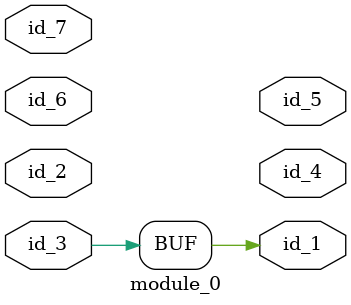
<source format=v>
module module_0 (
    id_1,
    id_2,
    id_3,
    id_4,
    id_5,
    id_6,
    id_7
);
  input id_7;
  inout id_6;
  output id_5;
  output id_4;
  inout id_3;
  inout id_2;
  output id_1;
  assign id_1 = id_3;
endmodule

</source>
